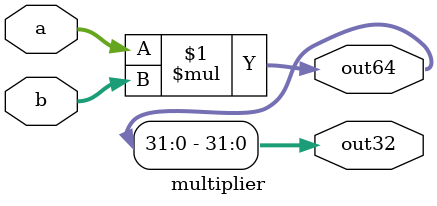
<source format=v>
`timescale 1ns / 1ps
module multiplier(

input [31:0] a, b,
output[63:0] out64,
output[31:0] out32

    );



assign out64 = a * b;
assign out32 = out64[31:0];


endmodule

</source>
